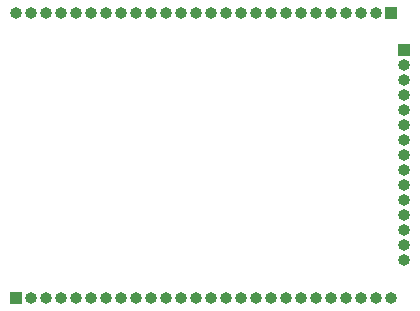
<source format=gbr>
%TF.GenerationSoftware,KiCad,Pcbnew,5.1.5+dfsg1-2build2*%
%TF.CreationDate,2021-03-18T01:20:22+03:00*%
%TF.ProjectId,som_f1c,736f6d5f-6631-4632-9e6b-696361645f70,rev?*%
%TF.SameCoordinates,Original*%
%TF.FileFunction,Soldermask,Bot*%
%TF.FilePolarity,Negative*%
%FSLAX46Y46*%
G04 Gerber Fmt 4.6, Leading zero omitted, Abs format (unit mm)*
G04 Created by KiCad (PCBNEW 5.1.5+dfsg1-2build2) date 2021-03-18 01:20:22*
%MOMM*%
%LPD*%
G04 APERTURE LIST*
%ADD10O,1.000000X1.000000*%
%ADD11R,1.000000X1.000000*%
G04 APERTURE END LIST*
D10*
%TO.C,J3*%
X210721600Y-105002800D03*
X210721600Y-103732800D03*
X210721600Y-102462800D03*
X210721600Y-101192800D03*
X210721600Y-99922800D03*
X210721600Y-98652800D03*
X210721600Y-97382800D03*
X210721600Y-96112800D03*
X210721600Y-94842800D03*
X210721600Y-93572800D03*
X210721600Y-92302800D03*
X210721600Y-91032800D03*
X210721600Y-89762800D03*
X210721600Y-88492800D03*
D11*
X210721600Y-87222800D03*
%TD*%
D10*
%TO.C,J2*%
X177824200Y-84086200D03*
X179094200Y-84086200D03*
X180364200Y-84086200D03*
X181634200Y-84086200D03*
X182904200Y-84086200D03*
X184174200Y-84086200D03*
X185444200Y-84086200D03*
X186714200Y-84086200D03*
X187984200Y-84086200D03*
X189254200Y-84086200D03*
X190524200Y-84086200D03*
X191794200Y-84086200D03*
X193064200Y-84086200D03*
X194334200Y-84086200D03*
X195604200Y-84086200D03*
X196874200Y-84086200D03*
X198144200Y-84086200D03*
X199414200Y-84086200D03*
X200684200Y-84086200D03*
X201954200Y-84086200D03*
X203224200Y-84086200D03*
X204494200Y-84086200D03*
X205764200Y-84086200D03*
X207034200Y-84086200D03*
X208304200Y-84086200D03*
D11*
X209574200Y-84086200D03*
%TD*%
D10*
%TO.C,J1*%
X209573400Y-108162800D03*
X208303400Y-108162800D03*
X207033400Y-108162800D03*
X205763400Y-108162800D03*
X204493400Y-108162800D03*
X203223400Y-108162800D03*
X201953400Y-108162800D03*
X200683400Y-108162800D03*
X199413400Y-108162800D03*
X198143400Y-108162800D03*
X196873400Y-108162800D03*
X195603400Y-108162800D03*
X194333400Y-108162800D03*
X193063400Y-108162800D03*
X191793400Y-108162800D03*
X190523400Y-108162800D03*
X189253400Y-108162800D03*
X187983400Y-108162800D03*
X186713400Y-108162800D03*
X185443400Y-108162800D03*
X184173400Y-108162800D03*
X182903400Y-108162800D03*
X181633400Y-108162800D03*
X180363400Y-108162800D03*
X179093400Y-108162800D03*
D11*
X177823400Y-108162800D03*
%TD*%
M02*

</source>
